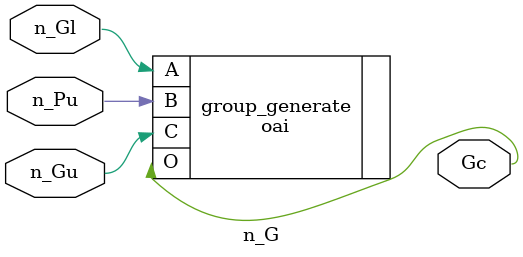
<source format=v>
/* 
    File: n_G.v
    Author: Christian Gobrecht

    Description: 
        Structural model of Group Generate CLA cell.
        Uses CMOS optimizations (NAND, NOR, XOR, XNOR, AOI, OAI only).
        Takes inverted P,G signals from constituent groups,
        Outputs noninverted G signal of combined group.
        Intended for educational purposes.

    Input: INVERTED signals for:
        Upper-group Propagate (n_Pu),
        Upper-group Generate (n_Gu),
        Lower-group Generate (n_Gl)

    Output: NON-INVERTED signals for:
        combined Generate (Gc)
*/
`include "./components/oai.v"

`ifndef MODULE_n_G
`define MODULE_n_G

module n_G (
    output Gc,
    input n_Pu, n_Gu, n_Gl
    );

    // Generate (Gc) if: Lower Generate (Gl) AND Upper Propagate (Pu)
    //                                       OR Upper Generate (Gu)
    //
    // DeMorgan's: Gc = (~Gu) ~& ((~Pu) | (~Gl))
    oai group_generate (
        .O(Gc),
        .A(n_Gl),
        .B(n_Pu),
        .C(n_Gu)
        );

endmodule // n_G

`endif
</source>
